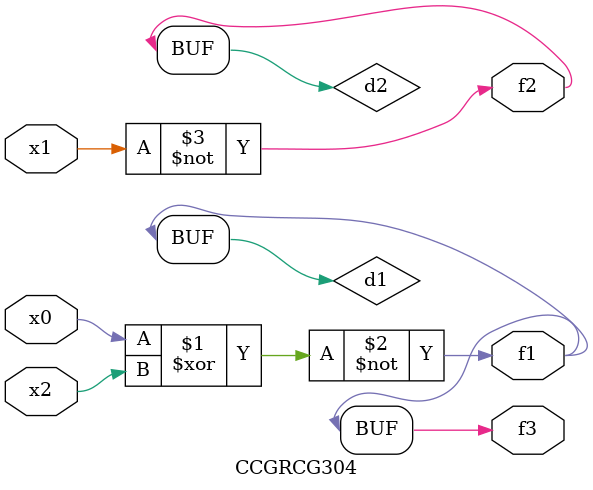
<source format=v>
module CCGRCG304(
	input x0, x1, x2,
	output f1, f2, f3
);

	wire d1, d2, d3;

	xnor (d1, x0, x2);
	nand (d2, x1);
	nor (d3, x1, x2);
	assign f1 = d1;
	assign f2 = d2;
	assign f3 = d1;
endmodule

</source>
